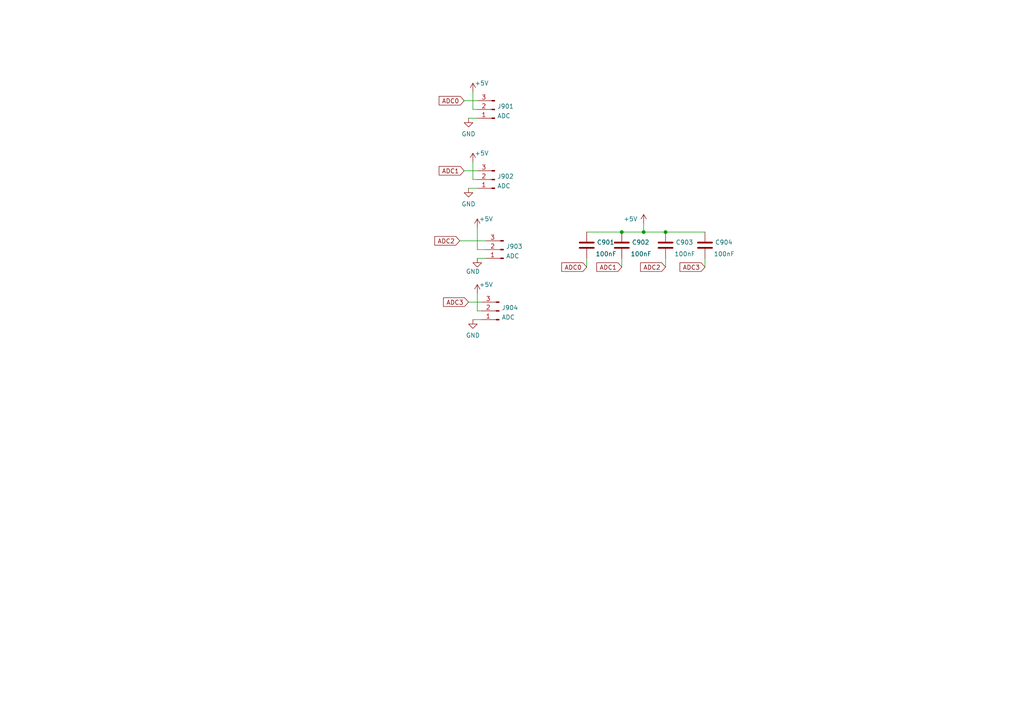
<source format=kicad_sch>
(kicad_sch (version 20211123) (generator eeschema)
  (paper "A4")
  (lib_symbols
    (symbol "Connector:Conn_01x03_Male" (pin_names (offset 1.016) hide)
      (property "Reference" "J" (at 0 5.08 0))
      (property "Value" "Conn_01x03_Male" (at 0 -5.08 0))
      (symbol "Conn_01x03_Male_1_1"
        (polyline (pts (xy 1.27 -2.54) (xy 0.8636 -2.54)) (stroke (width 0.1524)))
        (polyline (pts (xy 1.27 0) (xy 0.8636 0)) (stroke (width 0.1524)))
        (polyline (pts (xy 1.27 2.54) (xy 0.8636 2.54)) (stroke (width 0.1524)))
        (rectangle (start 0.8636 -2.413) (end 0 -2.667) (stroke (width 0.1524)) (fill (type outline)))
        (rectangle (start 0.8636 0.127) (end 0 -0.127) (stroke (width 0.1524)) (fill (type outline)))
        (rectangle (start 0.8636 2.667) (end 0 2.413) (stroke (width 0.1524)) (fill (type outline)))
        (pin passive line (at 5.08 2.54 180) (length 3.81) (name "Pin_1") (number "1"))
        (pin passive line (at 5.08 0 180) (length 3.81) (name "Pin_2") (number "2"))
        (pin passive line (at 5.08 -2.54 180) (length 3.81) (name "Pin_3") (number "3"))
      )
    )
    (symbol "Device:C" (pin_numbers hide) (pin_names (offset 0.254))
      (property "Reference" "C" (at 0.635 2.54 0))
      (property "Value" "C" (at 0.635 -2.54 0))
      (symbol "C_0_1"
        (polyline (pts (xy -2.032 -0.762) (xy 2.032 -0.762)) (stroke (width 0.508)))
        (polyline (pts (xy -2.032 0.762) (xy 2.032 0.762)) (stroke (width 0.508)))
      )
      (symbol "C_1_1"
        (pin passive line (at 0 3.81 270) (length 2.794) (name "~") (number "1"))
        (pin passive line (at 0 -3.81 90) (length 2.794) (name "~") (number "2"))
      )
    )
    (symbol "power:+5V" (power) (pin_names (offset 0))
      (property "Value" "+5V" (at 0 3.556 0))
      (symbol "+5V_0_1"
        (polyline (pts (xy -0.762 1.27) (xy 0 2.54)))
        (polyline (pts (xy 0 0) (xy 0 2.54)))
        (polyline (pts (xy 0 2.54) (xy 0.762 1.27)))
      )
      (symbol "+5V_1_1"
        (pin power_in line (at 0 0 90) (length 0) hide (name "+5V") (number "1"))
      )
    )
    (symbol "power:GND" (power) (pin_names (offset 0))
      (property "Value" "GND" (at 0 -3.81 0))
      (symbol "GND_0_1"
        (polyline (pts (xy 0 0) (xy 0 -1.27) (xy 1.27 -1.27) (xy 0 -2.54) (xy -1.27 -1.27) (xy 0 -1.27)))
      )
      (symbol "GND_1_1"
        (pin power_in line (at 0 0 270) (length 0) hide (name "GND") (number "1"))
      )
    )
  )
  (junction (at 193.04 67.31))
  (junction (at 180.34 67.31))
  (junction (at 186.69 67.31))
  (wire (pts (xy 138.43 72.39) (xy 140.97 72.39)))
  (wire (pts (xy 170.18 77.47) (xy 170.18 74.93)))
  (wire (pts (xy 170.18 67.31) (xy 180.34 67.31)))
  (wire (pts (xy 138.43 85.09) (xy 138.43 90.17)))
  (wire (pts (xy 133.35 69.85) (xy 140.97 69.85)))
  (wire (pts (xy 180.34 67.31) (xy 186.69 67.31)))
  (wire (pts (xy 135.89 87.63) (xy 139.7 87.63)))
  (wire (pts (xy 137.16 46.99) (xy 137.16 52.07)))
  (wire (pts (xy 180.34 77.47) (xy 180.34 74.93)))
  (wire (pts (xy 138.43 90.17) (xy 139.7 90.17)))
  (wire (pts (xy 137.16 31.75) (xy 138.43 31.75)))
  (wire (pts (xy 137.16 26.67) (xy 137.16 31.75)))
  (wire (pts (xy 134.62 49.53) (xy 138.43 49.53)))
  (wire (pts (xy 137.16 52.07) (xy 138.43 52.07)))
  (wire (pts (xy 138.43 66.04) (xy 138.43 72.39)))
  (wire (pts (xy 135.89 34.29) (xy 138.43 34.29)))
  (wire (pts (xy 204.47 77.47) (xy 204.47 74.93)))
  (wire (pts (xy 186.69 64.77) (xy 186.69 67.31)))
  (wire (pts (xy 193.04 77.47) (xy 193.04 74.93)))
  (wire (pts (xy 137.16 92.71) (xy 139.7 92.71)))
  (wire (pts (xy 134.62 29.21) (xy 138.43 29.21)))
  (wire (pts (xy 186.69 67.31) (xy 193.04 67.31)))
  (wire (pts (xy 135.89 54.61) (xy 138.43 54.61)))
  (wire (pts (xy 138.43 74.93) (xy 140.97 74.93)))
  (wire (pts (xy 193.04 67.31) (xy 204.47 67.31)))
  (global_label "ADC2" (shape input) (at 133.35 69.85 180) (property "Intersheet References" "${INTERSHEET_REFS}" (effects hide)))
  (global_label "ADC3" (shape input) (at 204.47 77.47 180) (property "Intersheet References" "${INTERSHEET_REFS}" (effects hide)))
  (global_label "ADC3" (shape input) (at 135.89 87.63 180) (property "Intersheet References" "${INTERSHEET_REFS}" (effects hide)))
  (global_label "ADC0" (shape input) (at 170.18 77.47 180) (property "Intersheet References" "${INTERSHEET_REFS}" (effects hide)))
  (global_label "ADC2" (shape input) (at 193.04 77.47 180) (property "Intersheet References" "${INTERSHEET_REFS}" (effects hide)))
  (global_label "ADC0" (shape input) (at 134.62 29.21 180) (property "Intersheet References" "${INTERSHEET_REFS}" (effects hide)))
  (global_label "ADC1" (shape input) (at 134.62 49.53 180) (property "Intersheet References" "${INTERSHEET_REFS}" (effects hide)))
  (global_label "ADC1" (shape input) (at 180.34 77.47 180) (property "Intersheet References" "${INTERSHEET_REFS}" (effects hide)))
  (symbol (lib_id "power:GND") (at 135.89 34.29 0) (unit 1)
    (property "Reference" "#PWR0902" (effects hide))
    (property "Value" "GND" (at 135.89 38.8525 0))
  )
  (symbol (lib_id "Device:C") (at 170.18 71.12 0) (unit 1)
    (property "Reference" "C901" (at 173.101 70.2853 0) (effects (justify left)))
    (property "Value" "100nF" (at 172.72 73.66 0) (effects (justify left)))
    (property "Footprint" "Capacitor_SMD:C_0603_1608Metric_Pad1.08x0.95mm_HandSolder" (effects hide))
    (property "JLCPCB Part#" "C14663" (effects hide))
  )
  (symbol (lib_id "Connector:Conn_01x03_Male") (at 144.78 90.17 180) (unit 1)
    (property "Reference" "J904" (at 145.4912 89.2615 0) (effects (justify right)))
    (property "Value" "ADC" (at 145.4912 92.0366 0) (effects (justify right)))
    (property "Footprint" "Connector_PinHeader_2.54mm:PinHeader_1x03_P2.54mm_Vertical" (effects hide))
  )
  (symbol (lib_id "Device:C") (at 180.34 71.12 0) (unit 1)
    (property "Reference" "C902" (at 183.261 70.2853 0) (effects (justify left)))
    (property "Value" "100nF" (at 182.88 73.66 0) (effects (justify left)))
    (property "Footprint" "Capacitor_SMD:C_0603_1608Metric_Pad1.08x0.95mm_HandSolder" (effects hide))
    (property "JLCPCB Part#" "C14663" (effects hide))
  )
  (symbol (lib_id "Connector:Conn_01x03_Male") (at 146.05 72.39 180) (unit 1)
    (property "Reference" "J903" (at 146.7612 71.4815 0) (effects (justify right)))
    (property "Value" "ADC" (at 146.7612 74.2566 0) (effects (justify right)))
    (property "Footprint" "Connector_PinHeader_2.54mm:PinHeader_1x03_P2.54mm_Vertical" (effects hide))
  )
  (symbol (lib_id "power:+5V") (at 186.69 64.77 0) (unit 1)
    (property "Reference" "#PWR0905" (effects hide))
    (property "Value" "+5V" (at 182.88 63.5 0))
  )
  (symbol (lib_id "power:GND") (at 138.43 74.93 0) (unit 1)
    (property "Reference" "#PWR0907" (effects hide))
    (property "Value" "GND" (at 137.16 78.74 0))
  )
  (symbol (lib_id "power:+5V") (at 137.16 46.99 0) (unit 1)
    (property "Reference" "#PWR0903" (effects hide))
    (property "Value" "+5V" (at 139.7 44.45 0))
  )
  (symbol (lib_id "Connector:Conn_01x03_Male") (at 143.51 31.75 180) (unit 1)
    (property "Reference" "J901" (at 144.2212 30.8415 0) (effects (justify right)))
    (property "Value" "ADC" (at 144.2212 33.6166 0) (effects (justify right)))
    (property "Footprint" "Connector_PinHeader_2.54mm:PinHeader_1x03_P2.54mm_Vertical" (effects hide))
  )
  (symbol (lib_id "Device:C") (at 204.47 71.12 0) (unit 1)
    (property "Reference" "C904" (at 207.391 70.2853 0) (effects (justify left)))
    (property "Value" "100nF" (at 207.01 73.66 0) (effects (justify left)))
    (property "Footprint" "Capacitor_SMD:C_0603_1608Metric_Pad1.08x0.95mm_HandSolder" (effects hide))
    (property "JLCPCB Part#" "C14663" (effects hide))
  )
  (symbol (lib_id "power:GND") (at 137.16 92.71 0) (unit 1)
    (property "Reference" "#PWR0909" (effects hide))
    (property "Value" "GND" (at 137.16 97.2725 0))
  )
  (symbol (lib_id "Connector:Conn_01x03_Male") (at 143.51 52.07 180) (unit 1)
    (property "Reference" "J902" (at 144.2212 51.1615 0) (effects (justify right)))
    (property "Value" "ADC" (at 144.2212 53.9366 0) (effects (justify right)))
    (property "Footprint" "Connector_PinHeader_2.54mm:PinHeader_1x03_P2.54mm_Vertical" (effects hide))
  )
  (symbol (lib_id "power:+5V") (at 138.43 66.04 0) (unit 1)
    (property "Reference" "#PWR0906" (effects hide))
    (property "Value" "+5V" (at 140.97 63.5 0))
  )
  (symbol (lib_id "power:+5V") (at 137.16 26.67 0) (unit 1)
    (property "Reference" "#PWR0901" (effects hide))
    (property "Value" "+5V" (at 139.7 24.13 0))
  )
  (symbol (lib_id "Device:C") (at 193.04 71.12 0) (unit 1)
    (property "Reference" "C903" (at 195.961 70.2853 0) (effects (justify left)))
    (property "Value" "100nF" (at 195.58 73.66 0) (effects (justify left)))
    (property "Footprint" "Capacitor_SMD:C_0603_1608Metric_Pad1.08x0.95mm_HandSolder" (effects hide))
    (property "JLCPCB Part#" "C14663" (effects hide))
  )
  (symbol (lib_id "power:+5V") (at 138.43 85.09 0) (unit 1)
    (property "Reference" "#PWR0908" (effects hide))
    (property "Value" "+5V" (at 140.97 82.55 0))
  )
  (symbol (lib_id "power:GND") (at 135.89 54.61 0) (unit 1)
    (property "Reference" "#PWR0904" (effects hide))
    (property "Value" "GND" (at 135.89 59.1725 0))
  )
)
</source>
